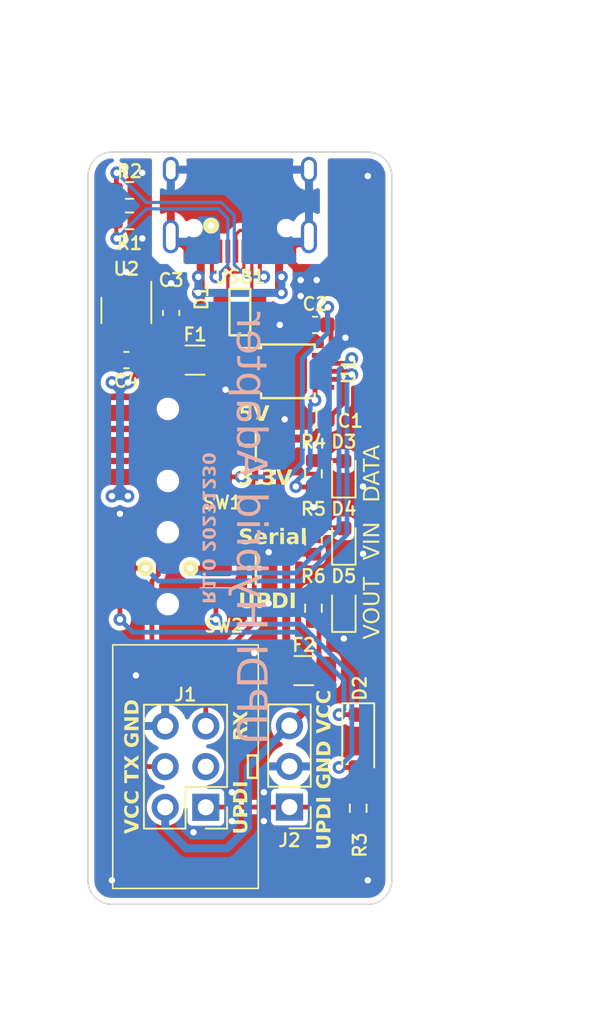
<source format=kicad_pcb>
(kicad_pcb (version 20221018) (generator pcbnew)
  (layers (0 "F.Cu" signal) (31 "B.Cu" signal) (34 "B.Paste" user) (35 "F.Paste" user) (36 "B.SilkS" user "B.Silkscreen") (37 "F.SilkS" user "F.Silkscreen") (38 "B.Mask" user) (39 "F.Mask" user) (44 "Edge.Cuts" user))
  (net 0 "")
  (net 1 "VCC")
  (net 2 "GND")
  (net 3 "+3.3V")
  (net 4 "+5V")
  (net 5 "D-")
  (net 6 "D+")
  (net 7 "VBUS")
  (net 8 "TXD")
  (net 9 "RXD")
  (net 10 "VOUT")
  (net 11 "UPDI")
  (net 13 "Net-(USB1-CC2)")
  (net 14 "Net-(USB1-CC1)")
  (net 20 "Net-(D3-A)")
  (net 21 "Net-(U1-TNOW)")
  (net 22 "Net-(D4-A)")
  (net 23 "Net-(D5-A)")
  (net 24 "TXD-UPDI")
  (net 25 "RXD-UPDI")
  (net 26 "TXD-Serial")
  (net 27 "RXD-Serial")
  (footprint "Capacitor_SMD:C_0603_1608Metric" (layer "F.Cu") (at 139.7 47.3 180)
    (fp_text reference "C2" (at 0 1.3) (layer "F.SilkS") (effects (font (size 0.8 0.8))))
    (fp_text value "0.1uF")
    (pad "1" smd roundrect (at -0.775 0 180) (size 0.9 0.95) (layers "F.Cu" "F.Paste" "F.Mask") (net 3 "+3.3V"))
    (pad "2" smd roundrect (at 0.775 0 180) (size 0.9 0.95) (layers "F.Cu" "F.Paste" "F.Mask") (net 2 "GND"))
  )
  (footprint "Package_SO:MSOP-10_3x3mm_P0.5mm" (layer "F.Cu") (at 138 50.2)
    (fp_text reference "U1" (at 3.8 0 90) (layer "F.SilkS") (effects (font (size 0.8 0.8))))
    (fp_text value "CH340E")
    (pad "1" smd rect (at -2.2 -1) (size 1.4 0.3) (layers "F.Cu" "F.Paste" "F.Mask") (net 6 "D+"))
    (pad "2" smd rect (at -2.2 -0.5) (size 1.4 0.3) (layers "F.Cu" "F.Paste" "F.Mask") (net 5 "D-"))
    (pad "3" smd rect (at -2.2 0) (size 1.4 0.3) (layers "F.Cu" "F.Paste" "F.Mask") (net 2 "GND"))
    (pad "4" smd rect (at -2.2 0.5) (size 1.4 0.3) (layers "F.Cu" "F.Paste" "F.Mask"))
    (pad "5" smd rect (at -2.2 1) (size 1.4 0.3) (layers "F.Cu" "F.Paste" "F.Mask"))
    (pad "6" smd rect (at 2.2 1) (size 1.4 0.3) (layers "F.Cu" "F.Paste" "F.Mask") (net 21 "Net-(U1-TNOW)"))
    (pad "7" smd rect (at 2.2 0.5) (size 1.4 0.3) (layers "F.Cu" "F.Paste" "F.Mask") (net 1 "VCC"))
    (pad "8" smd rect (at 2.2 0) (size 1.4 0.3) (layers "F.Cu" "F.Paste" "F.Mask") (net 8 "TXD"))
    (pad "9" smd rect (at 2.2 -0.5) (size 1.4 0.3) (layers "F.Cu" "F.Paste" "F.Mask") (net 9 "RXD"))
    (pad "10" smd rect (at 2.2 -1) (size 1.4 0.3) (layers "F.Cu" "F.Paste" "F.Mask") (net 3 "+3.3V"))
  )
  (footprint "Resistor_SMD:R_0603_1608Metric" (layer "F.Cu") (at 139.6 56.6 90)
    (fp_text reference "R4" (at 2 0 180) (layer "F.SilkS") (effects (font (size 0.8 0.8))))
    (fp_text value "1k")
    (pad "1" smd roundrect (at -0.825 0 90) (size 0.8 0.95) (layers "F.Cu" "F.Paste" "F.Mask") (net 21 "Net-(U1-TNOW)"))
    (pad "2" smd roundrect (at 0.825 0 90) (size 0.8 0.95) (layers "F.Cu" "F.Paste" "F.Mask") (net 20 "Net-(D3-A)"))
  )
  (footprint "LED_SMD:LED_0603_1608Metric" (layer "F.Cu") (at 141.5 65 90)
    (fp_text reference "D5" (at 2 0 180) (layer "F.SilkS") (effects (font (size 0.8 0.8))))
    (fp_text value "LED-Red-0805")
    (pad "1" smd roundrect (at -0.7875 0 90) (size 0.875 0.95) (layers "F.Cu" "F.Paste" "F.Mask") (net 2 "GND"))
    (pad "2" smd roundrect (at 0.7875 0 90) (size 0.875 0.95) (layers "F.Cu" "F.Paste" "F.Mask") (net 23 "Net-(D5-A)"))
  )
  (footprint "Capacitor_SMD:C_0603_1608Metric" (layer "F.Cu") (at 130.7 46.55 90)
    (fp_text reference "C3" (at 2.05 0 180) (layer "F.SilkS") (effects (font (size 0.8 0.8))))
    (fp_text value "1uF")
    (pad "1" smd roundrect (at -0.775 0 90) (size 0.9 0.95) (layers "F.Cu" "F.Paste" "F.Mask") (net 4 "+5V"))
    (pad "2" smd roundrect (at 0.775 0 90) (size 0.9 0.95) (layers "F.Cu" "F.Paste" "F.Mask") (net 2 "GND"))
  )
  (footprint "locallib:PinHeader_2x03_DC3" (layer "F.Cu") (at 131.6 74.9 180)
    (fp_text reference "J1" (at 0 4.5) (layer "F.SilkS") (effects (font (size 0.8 0.8))))
    (fp_text value "PinHeader-2x3")
    (pad "1" thru_hole rect (at -1.27 -2.54 180) (size 1.7 1.7) (drill 1) (layers "*.Cu" "*.Mask") (net 11 "UPDI"))
    (pad "2" thru_hole oval (at 1.27 -2.54 180) (size 1.7 1.7) (drill 1) (layers "*.Cu" "*.Mask") (net 10 "VOUT"))
    (pad "3" thru_hole oval (at -1.27 0 180) (size 1.7 1.7) (drill 1) (layers "*.Cu" "*.Mask"))
    (pad "4" thru_hole oval (at 1.27 0 180) (size 1.7 1.7) (drill 1) (layers "*.Cu" "*.Mask") (net 26 "TXD-Serial"))
    (pad "5" thru_hole oval (at -1.27 2.54 180) (size 1.7 1.7) (drill 1) (layers "*.Cu" "*.Mask") (net 27 "RXD-Serial"))
    (pad "6" thru_hole oval (at 1.27 2.54 180) (size 1.7 1.7) (drill 1) (layers "*.Cu" "*.Mask") (net 2 "GND"))
  )
  (footprint "Type-C:HRO-TYPE-C-31-M-12-Assembly" (layer "F.Cu") (at 135 35 180)
    (fp_text reference "USB1" (at 0 -9.3) (layer "F.SilkS") (effects (font (size 0.8 0.8))))
    (fp_text value "HRO-TYPE-C-31-M-12")
    (pad "" np_thru_hole circle (at -2.89 -6.25 180) (size 0.65 0.65) (drill 0.65) (layers "*.Cu" "*.Mask"))
    (pad "" np_thru_hole circle (at 2.89 -6.25 180) (size 0.65 0.65) (drill 0.65) (layers "*.Cu" "*.Mask"))
    (pad "1" smd rect (at -3.225 -7.695 180) (size 0.6 1.45) (layers "F.Cu" "F.Paste" "F.Mask") (net 2 "GND"))
    (pad "2" smd rect (at -2.45 -7.695 180) (size 0.6 1.45) (layers "F.Cu" "F.Paste" "F.Mask") (net 7 "VBUS"))
    (pad "3" smd rect (at -1.75 -7.695 180) (size 0.3 1.45) (layers "F.Cu" "F.Paste" "F.Mask"))
    (pad "4" smd rect (at -1.25 -7.695 180) (size 0.3 1.45) (layers "F.Cu" "F.Paste" "F.Mask") (net 14 "Net-(USB1-CC1)"))
    (pad "5" smd rect (at -0.75 -7.695 180) (size 0.3 1.45) (layers "F.Cu" "F.Paste" "F.Mask") (net 5 "D-"))
    (pad "6" smd rect (at -0.25 -7.695 180) (size 0.3 1.45) (layers "F.Cu" "F.Paste" "F.Mask") (net 6 "D+"))
    (pad "7" smd rect (at 0.25 -7.695 180) (size 0.3 1.45) (layers "F.Cu" "F.Paste" "F.Mask") (net 5 "D-"))
    (pad "8" smd rect (at 0.75 -7.695 180) (size 0.3 1.45) (layers "F.Cu" "F.Paste" "F.Mask") (net 6 "D+"))
    (pad "9" smd rect (at 1.25 -7.695 180) (size 0.3 1.45) (layers "F.Cu" "F.Paste" "F.Mask"))
    (pad "10" smd rect (at 1.75 -7.695 180) (size 0.3 1.45) (layers "F.Cu" "F.Paste" "F.Mask") (net 13 "Net-(USB1-CC2)"))
    (pad "11" smd rect (at 2.45 -7.695 180) (size 0.6 1.45) (layers "F.Cu" "F.Paste" "F.Mask") (net 7 "VBUS"))
    (pad "12" smd rect (at 3.225 -7.695 180) (size 0.6 1.45) (layers "F.Cu" "F.Paste" "F.Mask") (net 2 "GND"))
    (pad "13" thru_hole oval (at -4.32 -6.78 180) (size 1 2.1) (drill oval 0.6 1.7) (layers "*.Cu" "*.Mask") (net 2 "GND"))
    (pad "13" thru_hole oval (at -4.32 -2.6 180) (size 1 1.6) (drill oval 0.6 1.2) (layers "*.Cu" "*.Mask") (net 2 "GND"))
    (pad "13" thru_hole oval (at 4.32 -6.78 180) (size 1 2.1) (drill oval 0.6 1.7) (layers "*.Cu" "*.Mask") (net 2 "GND"))
    (pad "13" thru_hole oval (at 4.32 -2.6 180) (size 1 1.6) (drill oval 0.6 1.2) (layers "*.Cu" "*.Mask") (net 2 "GND"))
  )
  (footprint "Resistor_SMD:R_0603_1608Metric" (layer "F.Cu") (at 128.1 40.8)
    (fp_text reference "R1" (at 0 1.4 180) (layer "F.SilkS") (effects (font (size 0.8 0.8))))
    (fp_text value "5.1k")
    (pad "1" smd roundrect (at -0.825 0) (size 0.8 0.95) (layers "F.Cu" "F.Paste" "F.Mask") (net 13 "Net-(USB1-CC2)"))
    (pad "2" smd roundrect (at 0.825 0) (size 0.8 0.95) (layers "F.Cu" "F.Paste" "F.Mask") (net 2 "GND"))
  )
  (footprint "Package_TO_SOT_SMD:SOT-23-5" (layer "F.Cu") (at 127.9 46.4 -90)
    (fp_text reference "U2" (at -2.6 0 -180) (layer "F.SilkS") (effects (font (size 0.8 0.8))))
    (fp_text value "AP2112K-3.3")
    (pad "1" smd roundrect (at -1.1375 -0.95 270) (size 1.325 0.6) (layers "F.Cu" "F.Paste" "F.Mask") (net 4 "+5V"))
    (pad "2" smd roundrect (at -1.1375 0 270) (size 1.325 0.6) (layers "F.Cu" "F.Paste" "F.Mask") (net 2 "GND"))
    (pad "3" smd roundrect (at -1.1375 0.95 270) (size 1.325 0.6) (layers "F.Cu" "F.Paste" "F.Mask") (net 4 "+5V"))
    (pad "4" smd roundrect (at 1.1375 0.95 270) (size 1.325 0.6) (layers "F.Cu" "F.Paste" "F.Mask"))
    (pad "5" smd roundrect (at 1.1375 -0.95 270) (size 1.325 0.6) (layers "F.Cu" "F.Paste" "F.Mask") (net 3 "+3.3V"))
  )
  (footprint "Resistor_SMD:R_0603_1608Metric" (layer "F.Cu") (at 142.4 77.5 -90)
    (fp_text reference "R3" (at 2.3 -0.1 90) (layer "F.SilkS") (effects (font (size 0.8 0.8))))
    (fp_text value "470")
    (pad "1" smd roundrect (at -0.825 0 270) (size 0.8 0.95) (layers "F.Cu" "F.Paste" "F.Mask") (net 25 "RXD-UPDI"))
    (pad "2" smd roundrect (at 0.825 0 270) (size 0.8 0.95) (layers "F.Cu" "F.Paste" "F.Mask") (net 11 "UPDI"))
  )
  (footprint "Resistor_SMD:R_0603_1608Metric" (layer "F.Cu") (at 139.6 65 90)
    (fp_text reference "R6" (at 2 0 180) (layer "F.SilkS") (effects (font (size 0.8 0.8))))
    (fp_text value "1k")
    (pad "1" smd roundrect (at -0.825 0 90) (size 0.8 0.95) (layers "F.Cu" "F.Paste" "F.Mask") (net 10 "VOUT"))
    (pad "2" smd roundrect (at 0.825 0 90) (size 0.8 0.95) (layers "F.Cu" "F.Paste" "F.Mask") (net 23 "Net-(D5-A)"))
  )
  (footprint "LED_SMD:LED_0603_1608Metric" (layer "F.Cu") (at 141.5 56.6 90)
    (fp_text reference "D3" (at 2 0 180) (layer "F.SilkS") (effects (font (size 0.8 0.8))))
    (fp_text value "LED-Red-0805")
    (pad "1" smd roundrect (at -0.7875 0 90) (size 0.875 0.95) (layers "F.Cu" "F.Paste" "F.Mask") (net 2 "GND"))
    (pad "2" smd roundrect (at 0.7875 0 90) (size 0.875 0.95) (layers "F.Cu" "F.Paste" "F.Mask") (net 20 "Net-(D3-A)"))
  )
  (footprint "locallib:MS-22D28-G020" (layer "F.Cu") (at 130.5 54.8 -90)
    (fp_text reference "SW1" (at 3.6 -3.4 unlocked) (layer "F.SilkS") (effects (font (size 0.8 0.8))))
    (fp_text value "22D28")
    (pad "" np_thru_hole circle (at -2.25 0 270) (size 0.9 0.9) (drill 0.9) (layers "F&B.Cu" "*.Mask"))
    (pad "" np_thru_hole circle (at 2.25 0 270) (size 0.9 0.9) (drill 0.9) (layers "F&B.Cu" "*.Mask"))
    (pad "1" smd roundrect (at -2 -3 270) (size 1 2) (layers "F.Cu" "F.Paste" "F.Mask") (roundrect_rratio 0.15) (net 4 "+5V"))
    (pad "2" smd roundrect (at 0 -3 270) (size 1 2) (layers "F.Cu" "F.Paste" "F.Mask") (roundrect_rratio 0.15) (net 1 "VCC"))
    (pad "3" smd roundrect (at 2 -3 270) (size 1 2) (layers "F.Cu" "F.Paste" "F.Mask") (roundrect_rratio 0.15) (net 3 "+3.3V"))
    (pad "4" smd roundrect (at -2 3 270) (size 1 2) (layers "F.Cu" "F.Paste" "F.Mask") (roundrect_rratio 0.15) (net 4 "+5V"))
    (pad "5" smd roundrect (at 0 3 270) (size 1 2) (layers "F.Cu" "F.Paste" "F.Mask") (roundrect_rratio 0.15) (net 1 "VCC"))
    (pad "6" smd roundrect (at 2 3 270) (size 1 2) (layers "F.Cu" "F.Paste" "F.Mask") (roundrect_rratio 0.15) (net 3 "+3.3V"))
  )
  (footprint "Capacitor_SMD:C_0603_1608Metric" (layer "F.Cu") (at 139.7 53.2 180)
    (fp_text reference "C1" (at -2.2 -0.1) (layer "F.SilkS") (effects (font (size 0.8 0.8))))
    (fp_text value "0.1uF")
    (pad "1" smd roundrect (at -0.775 0 180) (size 0.9 0.95) (layers "F.Cu" "F.Paste" "F.Mask") (net 1 "VCC"))
    (pad "2" smd roundrect (at 0.775 0 180) (size 0.9 0.95) (layers "F.Cu" "F.Paste" "F.Mask") (net 2 "GND"))
  )
  (footprint "Resistor_SMD:R_0603_1608Metric" (layer "F.Cu") (at 139.6 60.8 90)
    (fp_text reference "R5" (at 2 0 180) (layer "F.SilkS") (effects (font (size 0.8 0.8))))
    (fp_text value "1k")
    (pad "1" smd roundrect (at -0.825 0 90) (size 0.8 0.95) (layers "F.Cu" "F.Paste" "F.Mask") (net 1 "VCC"))
    (pad "2" smd roundrect (at 0.825 0 90) (size 0.8 0.95) (layers "F.Cu" "F.Paste" "F.Mask") (net 22 "Net-(D4-A)"))
  )
  (footprint "LED_SMD:LED_0603_1608Metric" (layer "F.Cu") (at 141.5 60.8 90)
    (fp_text reference "D4" (at 2 0 180) (layer "F.SilkS") (effects (font (size 0.8 0.8))))
    (fp_text value "LED-Red-0805")
    (pad "1" smd roundrect (at -0.7875 0 90) (size 0.875 0.95) (layers "F.Cu" "F.Paste" "F.Mask") (net 2 "GND"))
    (pad "2" smd roundrect (at 0.7875 0 90) (size 0.875 0.95) (layers "F.Cu" "F.Paste" "F.Mask") (net 22 "Net-(D4-A)"))
  )
  (footprint "Connector_PinHeader_2.54mm:PinHeader_1x03_P2.54mm_Vertical" (layer "F.Cu") (at 138.1 77.425 180)
    (fp_text reference "J2" (at 0 -2.075) (layer "F.SilkS") (effects (font (size 0.8 0.8))))
    (fp_text value "PinHeader-1x3")
    (pad "1" thru_hole rect (at 0 0 180) (size 1.7 1.7) (drill 1) (layers "*.Cu" "*.Mask") (net 11 "UPDI"))
    (pad "2" thru_hole oval (at 0 2.54 180) (size 1.7 1.7) (drill 1) (layers "*.Cu" "*.Mask") (net 2 "GND"))
    (pad "3" thru_hole oval (at 0 5.08 180) (size 1.7 1.7) (drill 1) (layers "*.Cu" "*.Mask") (net 10 "VOUT"))
  )
  (footprint "locallib:MS-22D28-G020" (layer "F.Cu") (at 130.5 62.5 90)
    (fp_text reference "SW2" (at -3.6 3.5 unlocked) (layer "F.SilkS") (effects (font (size 0.8 0.8))))
    (fp_text value "22D28")
    (pad "" np_thru_hole circle (at -2.25 0 90) (size 0.9 0.9) (drill 0.9) (layers "F&B.Cu" "*.Mask"))
    (pad "" np_thru_hole circle (at 2.25 0 90) (size 0.9 0.9) (drill 0.9) (layers "F&B.Cu" "*.Mask"))
    (pad "1" smd roundrect (at -2 -3 90) (size 1 2) (layers "F.Cu" "F.Paste" "F.Mask") (roundrect_rratio 0.15) (net 24 "TXD-UPDI"))
    (pad "2" smd roundrect (at 0 -3 90) (size 1 2) (layers "F.Cu" "F.Paste" "F.Mask") (roundrect_rratio 0.15) (net 8 "TXD"))
    (pad "3" smd roundrect (at 2 -3 90) (size 1 2) (layers "F.Cu" "F.Paste" "F.Mask") (roundrect_rratio 0.15) (net 26 "TXD-Serial"))
    (pad "4" smd roundrect (at -2 3 90) (size 1 2) (layers "F.Cu" "F.Paste" "F.Mask") (roundrect_rratio 0.15) (net 25 "RXD-UPDI"))
    (pad "5" smd roundrect (at 0 3 90) (size 1 2) (layers "F.Cu" "F.Paste" "F.Mask") (roundrect_rratio 0.15) (net 9 "RXD"))
    (pad "6" smd roundrect (at 2 3 90) (size 1 2) (layers "F.Cu" "F.Paste" "F.Mask") (roundrect_rratio 0.15) (net 27 "RXD-Serial"))
  )
  (footprint "locallib:SOT143B" (layer "F.Cu") (at 135 46.5 90)
    (fp_text reference "D1" (at 0.9 -2.4 270) (layer "F.SilkS") (effects (font (size 0.8 0.8))))
    (fp_text value "PRTR5V0U2X,215")
    (pad "1" smd roundrect (at -0.75 1.15 90) (size 1.2 1) (layers "F.Cu" "F.Paste" "F.Mask") (roundrect_rratio 0.1) (net 2 "GND"))
    (pad "2" smd roundrect (at 0.95 1.15 90) (size 0.9 1) (layers "F.Cu" "F.Paste" "F.Mask") (roundrect_rratio 0.1111111111) (net 5 "D-"))
    (pad "3" smd roundrect (at 0.95 -1.15 90) (size 0.9 1) (layers "F.Cu" "F.Paste" "F.Mask") (roundrect_rratio 0.1111111111) (net 6 "D+"))
    (pad "4" smd roundrect (at -0.95 -1.15 90) (size 0.9 1) (layers "F.Cu" "F.Paste" "F.Mask") (roundrect_rratio 0.1111111111) (net 7 "VBUS"))
  )
  (footprint "Capacitor_SMD:C_0603_1608Metric" (layer "F.Cu") (at 127.9 49.5 180)
    (fp_text reference "C4" (at 0 -1.3) (layer "F.SilkS") (effects (font (size 0.8 0.8))))
    (fp_text value "1uF")
    (pad "1" smd roundrect (at -0.775 0 180) (size 0.9 0.95) (layers "F.Cu" "F.Paste" "F.Mask") (net 3 "+3.3V"))
    (pad "2" smd roundrect (at 0.775 0 180) (size 0.9 0.95) (layers "F.Cu" "F.Paste" "F.Mask") (net 2 "GND"))
  )
  (footprint "Resistor_SMD:R_0603_1608Metric" (layer "F.Cu") (at 128.1 38.9)
    (fp_text reference "R2" (at 0 -1.2 180) (layer "F.SilkS") (effects (font (size 0.8 0.8))))
    (fp_text value "5.1k")
    (pad "1" smd roundrect (at -0.825 0) (size 0.8 0.95) (layers "F.Cu" "F.Paste" "F.Mask") (net 14 "Net-(USB1-CC1)"))
    (pad "2" smd roundrect (at 0.825 0) (size 0.8 0.95) (layers "F.Cu" "F.Paste" "F.Mask") (net 2 "GND"))
  )
  (footprint "Diode_SMD:D_SOD-123" (layer "F.Cu") (at 142.4 73.3 -90)
    (fp_text reference "D2" (at -3.3 -0.1 -90) (layer "F.SilkS") (effects (font (size 0.8 0.8))))
    (fp_text value "1N4148W")
    (pad "1" smd roundrect (at -1.65 0 270) (size 0.9 1.2) (layers "F.Cu" "F.Paste" "F.Mask") (net 24 "TXD-UPDI"))
    (pad "2" smd roundrect (at 1.65 0 270) (size 0.9 1.2) (layers "F.Cu" "F.Paste" "F.Mask") (net 25 "RXD-UPDI"))
  )
  (footprint "Fuse:Fuse_1206_3216Metric" (layer "F.Cu") (at 139 68.9)
    (fp_text reference "F2" (at 0 -1.6) (layer "F.SilkS") (effects (font (size 0.8 0.8))))
    (fp_text value "500mA")
    (pad "1" smd roundrect (at -1.4 0) (size 1.25 1.75) (layers "F.Cu" "F.Paste" "F.Mask") (roundrect_rratio 0.2) (net 1 "VCC"))
    (pad "2" smd roundrect (at 1.4 0) (size 1.25 1.75) (layers "F.Cu" "F.Paste" "F.Mask") (roundrect_rratio 0.2) (net 10 "VOUT"))
  )
  (footprint "Fuse:Fuse_1206_3216Metric" (layer "F.Cu") (at 132.2 49.5 180)
    (fp_text reference "F1" (at 0 1.6) (layer "F.SilkS") (effects (font (size 0.8 0.8))))
    (fp_text value "1A")
    (pad "1" smd roundrect (at -1.4 0 180) (size 1.25 1.75) (layers "F.Cu" "F.Paste" "F.Mask") (roundrect_rratio 0.2) (net 7 "VBUS"))
    (pad "2" smd roundrect (at 1.4 0 180) (size 1.25 1.75) (layers "F.Cu" "F.Paste" "F.Mask") (roundrect_rratio 0.2) (net 4 "+5V"))
  )
  (gr_circle (center 133.2 41.1) (end 133.6 41.1) (stroke (width 0.2)) (fill solid) (layer "F.SilkS"))
  (gr_line (start 136 62.5) (end 136 63.5) (stroke (width 0.15)) (layer "F.SilkS"))
  (gr_rect (start 135.5 74.2) (end 136.1 75.6) (stroke (width 0.15)) (fill none) (layer "F.SilkS"))
  (gr_line (start 136 54.8) (end 136 53.8) (stroke (width 0.15)) (layer "F.SilkS"))
  (gr_line (start 135 54.8) (end 136 54.8) (stroke (width 0.15)) (layer "F.SilkS"))
  (gr_line (start 136 54.8) (end 136 55.8) (stroke (width 0.15)) (layer "F.SilkS"))
  (gr_line (start 135 62.5) (end 136 62.5) (stroke (width 0.15)) (layer "F.SilkS"))
  (gr_circle (center 131.9 62.5) (end 132.3 62.5) (stroke (width 0.2)) (fill solid) (layer "F.SilkS"))
  (gr_line (start 136 62.5) (end 136 61.5) (stroke (width 0.15)) (layer "F.SilkS"))
  (gr_circle (center 129.1 62.5) (end 129.5 62.5) (stroke (width 0.2)) (fill solid) (layer "F.SilkS"))
  (gr_arc (start 144.5 82) (mid 144.06066 83.06066) (end 143 83.5) (stroke (width 0.1)) (layer "Edge.Cuts"))
  (gr_line (start 144.5 82) (end 144.5 38) (stroke (width 0.1)) (layer "Edge.Cuts"))
  (gr_line (start 125.5 38) (end 125.499999 82) (stroke (width 0.1)) (layer "Edge.Cuts"))
  (gr_line (start 143 36.5) (end 127 36.5) (stroke (width 0.1)) (layer "Edge.Cuts"))
  (gr_arc (start 125.5 38) (mid 125.93934 36.93934) (end 127 36.5) (stroke (width 0.1)) (layer "Edge.Cuts"))
  (gr_line (start 143 83.5) (end 126.999999 83.5) (stroke (width 0.1)) (layer "Edge.Cuts"))
  (gr_arc (start 126.999999 83.5) (mid 125.939339 83.06066) (end 125.499999 82) (stroke (width 0.1)) (layer "Edge.Cuts"))
  (gr_arc (start 143 36.5) (mid 144.06066 36.93934) (end 144.5 38) (stroke (width 0.1)) (layer "Edge.Cuts"))
  (gr_text "UPDI Hybrid Adapter" (at 135.6 60 270) (layer "B.SilkS") (effects (font (size 1.875 1.875)) (justify mirror)))
  (gr_text "R1.0 20231230" (at 133 60 270) (layer "B.SilkS") (effects (font (size 0.8 0.8)) (justify mirror)))
  (gr_text "DATA" (at 143.3 56.6 90) (layer "F.SilkS") (effects (font (size 1 1))))
  (gr_text "3.3V" (at 134.9 56.9) (layer "F.SilkS") (effects (font (size 0.95 0.95)) (justify left)))
  (gr_text "UPDI" (at 135.1 77.45 90) (layer "F.SilkS") (effects (font (size 0.875 0.875))))
  (gr_text "UPDI GND VCC" (at 140.3 75.1 90) (layer "F.SilkS") (effects (font (size 0.875 0.875))))
  (gr_text "UPDI" (at 134.9 64.6) (layer "F.SilkS") (effects (font (size 0.95 0.95)) (justify left)))
  (gr_text "VOUT" (at 143.3 65 90) (layer "F.SilkS") (effects (font (size 1 1))))
  (gr_text "RX" (at 135.1 72.35 90) (layer "F.SilkS") (effects (font (size 0.875 0.875))))
  (gr_text "5V" (at 134.9 52.9) (layer "F.SilkS") (effects (font (size 0.95 0.95)) (justify left)))
  (gr_text "VCC TX GND" (at 128.3 74.9 90) (layer "F.SilkS") (effects (font (size 0.875 0.875))))
  (gr_text "VIN" (at 143.3 60.8 90) (layer "F.SilkS") (effects (font (size 1 1))))
  (gr_text "Serial" (at 134.9 60.6) (layer "F.SilkS") (effects (font (size 0.95 0.95)) (justify left)))
  (segment (start 140.475 53.435938) (end 140.475 53.2) (width 0.5) (layer "F.Cu") (net 1))
  (segment (start 127.5 54.8) (end 128.2 54.8) (width 0.5) (layer "F.Cu") (net 1))
  (segment (start 128.2 54.8) (end 128.7 55.3) (width 0.5) (layer "F.Cu") (net 1))
  (segment (start 137.9 62.45) (end 137.9 68.6) (width 0.5) (layer "F.Cu") (net 1))
  (segment (start 136.7 59.4) (end 136.7 56) (width 0.5) (layer "F.Cu") (net 1))
  (segment (start 139.6 61.625) (end 138.375 61.625) (width 0.3) (layer "F.Cu") (net 1))
  (segment (start 138.375 61.625) (end 137.9 62.1) (width 0.3) (layer "F.Cu") (net 1))
  (segment (start 135.55 54.8) (end 136.725 55.975) (width 0.5) (layer "F.Cu") (net 1))
  (segment (start 138.3 54.4) (end 137.9 54.8) (width 0.5) (layer "F.Cu") (net 1))
  (segment (start 137.9 61.65) (end 137.9 62.1) (width 0.5) (layer "F.Cu") (net 1))
  (segment (start 132.3 55.3) (end 132.8 54.8) (width 0.5) (layer "F.Cu") (net 1))
  (segment (start 138.375 61.625) (end 137.9 61.15) (width 0.3) (layer "F.Cu") (net 1))
  (segment (start 139.5 54.4) (end 140.475 53.425) (width 0.5) (layer "F.Cu") (net 1))
  (segment (start 137.9 62.1) (end 137.9 62.45) (width 0.5) (layer "F.Cu") (net 1))
  (segment (start 138.375 61.625) (end 137.925 61.625) (width 0.3) (layer "F.Cu") (net 1))
  (segment (start 139.5 54.4) (end 138.3 54.4) (width 0.5) (layer "F.Cu") (net 1))
  (segment (start 136.7 56) (end 136.725 55.975) (width 0.5) (layer "F.Cu") (net 1))
  (segment (start 137.9 68.6) (end 137.6 68.9) (width 0.5) (layer "F.Cu") (net 1))
  (segment (start 137.925 61.625) (end 137.9 61.65) (width 0.3) (layer "F.Cu") (net 1))
  (segment (start 137.9 61.15) (end 137.9 61.65) (width 0.5) (layer "F.Cu") (net 1))
  (segment (start 140.475 53.425) (end 140.475 53.2) (width 0.5) (layer "F.Cu") (net 1))
  (segment (start 140.475 53.2) (end 141.5 52.175) (width 0.3) (layer "F.Cu") (net 1))
  (segment (start 137.9 60.6) (end 136.7 59.4) (width 0.5) (layer "F.Cu") (net 1))
  (segment (start 128.7 55.3) (end 132.3 55.3) (width 0.5) (layer "F.Cu") (net 1))
  (segment (start 133.5 54.8) (end 135 54.8) (width 0.5) (layer "F.Cu") (net 1))
  (segment (start 135 54.8) (end 135.55 54.8) (width 0.5) (layer "F.Cu") (net 1))
  (segment (start 136.725 55.975) (end 137.9 54.8) (width 0.5) (layer "F.Cu") (net 1))
  (segment (start 132.8 54.8) (end 133.5 54.8) (width 0.5) (layer "F.Cu") (net 1))
  (segment (start 141.5 51) (end 141.2 50.7) (width 0.3) (layer "F.Cu") (net 1))
  (segment (start 141.5 52.175) (end 141.5 51) (width 0.3) (layer "F.Cu") (net 1))
  (segment (start 141.2 50.7) (end 140.2 50.7) (width 0.3) (layer "F.Cu") (net 1))
  (segment (start 137.9 62.45) (end 137.9 60.6) (width 0.5) (layer "F.Cu") (net 1))
  (segment (start 130.7 44.7) (end 130.7 45.775) (width 0.3) (layer "F.Cu") (net 2))
  (segment (start 138.85 43.75) (end 139.1 43.75) (width 0.5) (layer "F.Cu") (net 2))
  (segment (start 139.1 42.2) (end 139.3 42) (width 0.5) (layer "F.Cu") (net 2))
  (segment (start 139.1 43.75) (end 138.55 43.75) (width 0.5) (layer "F.Cu") (net 2))
  (segment (start 142.7 57.4) (end 141.5125 57.4) (width 0.3) (layer "F.Cu") (net 2))
  (segment (start 138.55 43.75) (end 138.425 43.625) (width 0.5) (layer "F.Cu") (net 2))
  (segment (start 141.5125 57.4) (end 141.5 57.3875) (width 0.3) (layer "F.Cu") (net 2))
  (segment (start 138.225 43.425) (end 138.425 43.625) (width 0.5) (layer "F.Cu") (net 2))
  (segment (start 142.7 61.6) (end 141.5125 61.6) (width 0.3) (layer "F.Cu") (net 2))
  (segment (start 134.65 50.35) (end 134.65 50.8) (width 0.3) (layer "F.Cu") (net 2))
  (segment (start 138.225 42.695) (end 138.225 43.425) (width 0.5) (layer "F.Cu") (net 2))
  (segment (start 138.51 42.2) (end 139.1 42.2) (width 0.5) (layer "F.Cu") (net 2))
  (segment (start 128.925 40.8) (end 128.925 41.875) (width 0.3) (layer "F.Cu") (net 2))
  (segment (start 128.925 41.875) (end 128.9 41.9) (width 0.3) (layer "F.Cu") (net 2))
  (segment (start 128.925 38.9) (end 128.925 37.825) (width 0.3) (layer "F.Cu") (net 2))
  (segment (start 131.775 42.575) (end 131.4 42.2) (width 0.5) (layer "F.Cu") (net 2))
  (segment (start 135.8 50.2) (end 137.4 50.2) (width 0.3) (layer "F.Cu") (net 2))
  (segment (start 135.8 50.2) (end 134.8 50.2) (width 0.3) (layer "F.Cu") (net 2))
  (segment (start 130.7 42.2) (end 130.7 41.8) (width 0.5) (layer "F.Cu") (net 2))
  (segment (start 131.775 42.695) (end 131.775 42.575) (width 0.5) (layer "F.Cu") (net 2))
  (segment (start 134.8 50.2) (end 134.65 50.35) (width 0.3) (layer "F.Cu") (net 2))
  (segment (start 138.55 43.75) (end 138.55 44.25) (width 0.5) (layer "F.Cu") (net 2))
  (segment (start 131.4 42.2) (end 130.7 42.2) (width 0.5) (layer "F.Cu") (net 2))
  (segment (start 130.7 41.8) (end 130.68 41.78) (width 0.5) (layer "F.Cu") (net 2))
  (segment (start 128.925 37.825) (end 128.9 37.8) (width 0.3) (layer "F.Cu") (net 2))
  (segment (start 141.5125 61.6) (end 141.5 61.5875) (width 0.3) (layer "F.Cu") (net 2))
  (segment (start 134.65 50.8) (end 134.1 51.35) (width 0.3) (layer "F.Cu") (net 2))
  (segment (start 141.5 66.9) (end 141.5 65.7875) (width 0.3) (layer "F.Cu") (net 2))
  (segment (start 138.225 42.695) (end 138.225 42.485) (width 0.5) (layer "F.Cu") (net 2))
  (segment (start 127.9 44) (end 127.9 45.2625) (width 0.3) (layer "F.Cu") (net 2))
  (segment (start 138.55 44.25) (end 138.9 44.6) (width 0.5) (layer "F.Cu") (net 2))
  (segment (start 138.925 53.2) (end 137.8 53.2) (width 0.3) (layer "F.Cu") (net 2))
  (segment (start 139.1 43.75) (end 139.55 43.75) (width 0.5) (layer "F.Cu") (net 2))
  (segment (start 138.225 42.485) (end 138.51 42.2) (width 0.5) (layer "F.Cu") (net 2))
  (via (at 138.8 44.5) (size 0.8) (drill 0.4) (layers "F.Cu" "B.Cu") (net 2))
  (via (at 141.6 48.1) (size 0.8) (drill 0.4) (layers "F.Cu" "B.Cu") (net 2))
  (via (at 128.9 37.8) (size 0.8) (drill 0.4) (layers "F.Cu" "B.Cu") (net 2))
  (via (at 136.5 78.3) (size 0.8) (drill 0.4) (layers "F.Cu" "B.Cu") (net 2))
  (via (at 142.7 61.6) (size 0.8) (drill 0.4) (layers "F.Cu" "B.Cu") (net 2))
  (via (at 130.7 44.7) (size 0.8) (drill 0.4) (layers "F.Cu" "B.Cu") (net 2))
  (via (at 133.2 41.1) (size 0.8) (drill 0.4) (layers "F.Cu" "B.Cu") (net 2))
  (via (at 138.8 45.5) (size 0.8) (drill 0.4) (layers "F.Cu" "B.Cu") (net 2))
  (via (at 139.6 58.7) (size 0.8) (drill 0.4) (layers "F.Cu" "B.Cu") (net 2))
  (via (at 139.8 44.5) (size 0.8) (drill 0.4) (layers "F.Cu" "B.Cu") (net 2))
  (via (at 127.5 59.1) (size 0.8) (drill 0.4) (layers "F.Cu" "B.Cu") (net 2))
  (via (at 136.5 76.5) (size 0.8) (drill 0.4) (layers "F.Cu" "B.Cu") (net 2))
  (via (at 134.5 78.3) (size 0.8) (drill 0.4) (layers "F.Cu" "B.Cu") (net 2))
  (via (at 128.9 41.9) (size 0.8) (drill 0.4) (layers "F.Cu" "B.Cu") (net 2))
  (via (at 143 82) (size 0.8) (drill 0.4) (layers "F.Cu" "B.Cu") (net 2))
  (via (at 143 38) (size 0.8) (drill 0.4) (layers "F.Cu" "B.Cu") (net 2))
  (via (at 137.8 53.2) (size 0.8) (drill 0.4) (layers "F.Cu" "B.Cu") (net 2))
  (via (at 134.5 76.5) (size 0.8) (drill 0.4) (layers "F.Cu" "B.Cu") (net 2))
  (via (at 136.8 61.5) (size 0.8) (drill 0.4) (layers "F.Cu" "B.Cu") (net 2))
  (via (at 136.8 64.7) (size 0.8) (drill 0.4) (layers "F.Cu" "B.Cu") (net 2))
  (via (at 142.7 57.4) (size 0.8) (drill 0.4) (layers "F.Cu" "B.Cu") (net 2))
  (via (at 132.1 79) (size 0.8) (drill 0.4) (layers "F.Cu" "B.Cu") (net 2))
  (via (at 137.5 47.3) (size 0.8) (drill 0.4) (layers "F.Cu" "B.Cu") (net 2))
  (via (at 135.9 67.8) (size 0.8) (drill 0.4) (layers "F.Cu" "B.Cu") (net 2))
  (via (at 141.5 66.9) (size 0.8) (drill 0.4) (layers "F.Cu" "B.Cu") (net 2))
  (via (at 127 82) (size 0.8) (drill 0.4) (layers "F.Cu" "B.Cu") (net 2))
  (via (at 128.5 69.2) (size 0.8) (drill 0.4) (layers "F.Cu" "B.Cu") (net 2))
  (via (at 134.1 51.35) (size 0.8) (drill 0.4) (layers "F.Cu" "B.Cu") (net 2))
  (via (at 127.9 44) (size 0.8) (drill 0.4) (layers "F.Cu" "B.Cu") (net 2))
  (segment (start 139.32 41.78) (end 139 42.1) (width 0.5) (layer "B.Cu") (net 2))
  (segment (start 139 42.1) (end 137.34 42.1) (width 0.5) (layer "B.Cu") (net 2))
  (segment (start 131 42.1) (end 132.5 42.1) (width 0.5) (layer "B.Cu") (net 2))
  (segment (start 130.68 41.78) (end 131 42.1) (width 0.5) (layer "B.Cu") (net 2))
  (segment (start 140.2 49.2) (end 140.7 49.2) (width 0.3) (layer "F.Cu") (net 3))
  (segment (start 128.675 49.5) (end 128.675 50.225) (width 0.5) (layer "F.Cu") (net 3))
  (segment (start 128.7 56.1) (end 132.3 56.1) (width 0.5) (layer "F.Cu") (net 3))
  (segment (start 127.5 57.5) (end 128 58) (width 0.5) (layer "F.Cu") (net 3))
  (segment (start 127 50.9) (end 128 50.9) (width 0.5) (layer "F.Cu") (net 3))
  (segment (start 128.85 49.325) (end 128.675 49.5) (width 0.5) (layer "F.Cu") (net 3))
  (segment (start 128.85 48.6) (end 128.85 49.325) (width 0.5) (layer "F.Cu") (net 3))
  (segment (start 128 58) (end 127 58) (width 0.5) (layer "F.Cu") (net 3))
  (segment (start 127.5 56.8) (end 127.5 57.5) (width 0.5) (layer "F.Cu") (net 3))
  (segment (start 128 56.8) (end 128.7 56.1) (width 0.5) (layer "F.Cu") (net 3))
  (segment (start 135.1 56.8) (end 133.5 56.8) (width 0.3) (layer "F.Cu") (net 3))
  (segment (start 128.85 47.6875) (end 128.85 48.6) (width 0.5) (layer "F.Cu") (net 3))
  (segment (start 127.5 57.5) (end 127 58) (width 0.5) (layer "F.Cu") (net 3))
  (segment (start 140.7 47.525) (end 140.475 47.3) (width 0.3) (layer "F.Cu") (net 3))
  (segment (start 128 50.9) (end 128.3 50.6) (width 0.5) (layer "F.Cu") (net 3))
  (segment (start 140.7 49.2) (end 140.7 47.525) (width 0.3) (layer "F.Cu") (net 3))
  (segment (start 127.5 56.8) (end 128 56.8) (width 0.5) (layer "F.Cu") (net 3))
  (segment (start 133 56.8) (end 133.5 56.8) (width 0.5) (layer "F.Cu") (net 3))
  (segment (start 140.475 46.225) (end 140.5 46.2) (width 0.3) (layer "F.Cu") (net 3))
  (segment (start 132.3 56.1) (end 133 56.8) (width 0.5) (layer "F.Cu") (net 3))
  (segment (start 140.475 47.3) (end 140.475 46.225) (width 0.3) (layer "F.Cu") (net 3))
  (segment (start 128.675 50.225) (end 128 50.9) (width 0.5) (layer "F.Cu") (net 3))
  (via (at 140.5 46.2) (size 0.8) (drill 0.4) (layers "F.Cu" "B.Cu") (net 3))
  (via (at 127 50.9) (size 0.8) (drill 0.4) (layers "F.Cu" "B.Cu") (net 3))
  (via (at 128 50.9) (size 0.8) (drill 0.4) (layers "F.Cu" "B.Cu") (net 3))
  (via (at 135.1 56.8) (size 0.8) (drill 0.4) (layers "F.Cu" "B.Cu") (net 3))
  (via (at 128 58) (size 0.8) (drill 0.4) (layers "F.Cu" "B.Cu") (net 3))
  (via (at 127 58) (size 0.8) (drill 0.4) (layers "F.Cu" "B.Cu") (net 3))
  (segment (start 138 56.8) (end 135.1 56.8) (width 0.3) (layer "B.Cu") (net 3))
  (segment (start 127 58) (end 128 58) (width 0.5) (layer "B.Cu") (net 3))
  (segment (start 127.5 57.5) (end 127.5 51.4) (width 0.5) (layer "B.Cu") (net 3))
  (segment (start 127.5 51.4) (end 127 50.9) (width 0.5) (layer "B.Cu") (net 3))
  (segment (start 140.5 47.8) (end 138.9 49.4) (width 0.3) (layer "B.Cu") (net 3))
  (segment (start 128 58) (end 127.5 57.5) (width 0.5) (layer "B.Cu") (net 3))
  (segment (start 140.5 46.2) (end 140.5 47.8) (width 0.3) (layer "B.Cu") (net 3))
  (segment (start 138.9 49.4) (end 138.9 55.9) (width 0.3) (layer "B.Cu") (net 3))
  (segment (start 127.5 51.4) (end 128 50.9) (width 0.5) (layer "B.Cu") (net 3))
  (segment (start 128 50.9) (end 127 50.9) (width 0.5) (layer "B.Cu") (net 3))
  (segment (start 138.9 55.9) (end 138 56.8) (width 0.3) (layer "B.Cu") (net 3))
  (segment (start 127.5 57.5) (end 127 58) (width 0.5) (layer "B.Cu") (net 3))
  (segment (start 128.85 45.2625) (end 128.7 45.4125) (width 0.2) (layer "F.Cu") (net 4))
  (segment (start 130.8 49.5) (end 130.8 50.6) (width 0.5) (layer "F.Cu") (net 4))
  (segment (start 130.7 47.325) (end 130.7 49.4) (width 0.5) (layer "F.Cu") (net 4))
  (segment (start 130.8 50.6) (end 131.6 51.4) (width 0.5) (layer "F.Cu") (net 4))
  (segment (start 129.5 46.35625) (end 129.5 45.9125) (width 0.5) (layer "F.Cu") (net 4))
  (segment (start 128.7 46.1) (end 128.35 46.45) (width 0.2) (layer "F.Cu") (net 4))
  (segment (start 127.1 46.1) (end 127.1 45.4125) (width 0.2) (layer "F.Cu") (net 4))
  (segment (start 131.6 51.4) (end 133 52.8) (width 0.5) (layer "F.Cu") (net 4))
  (segment (start 130.7 49.4) (end 130.8 49.5) (width 0.5) (layer "F.Cu") (net 4))
  (segment (start 133 52.8) (end 133.5 52.8) (width 0.5) (layer "F.Cu") (net 4))
  (segment (start 128.35 46.45) (end 127.45 46.45) (width 0.2) (layer "F.Cu") (net 4))
  (segment (start 127.45 46.45) (end 127.1 46.1) (width 0.2) (layer "F.Cu") (net 4))
  (segment (start 127.1 45.4125) (end 126.95 45.2625) (width 0.2) (layer "F.Cu") (net 4))
  (segment (start 128.6 52.8) (end 130.8 50.6) (width 0.5) (layer "F.Cu") (net 4))
  (segment (start 127.5 52.8) (end 128.6 52.8) (width 0.5) (layer "F.Cu") (net 4))
  (segment (start 130.46875 47.325) (end 129.5 46.35625) (width 0.5) (layer "F.Cu") (net 4))
  (segment (start 129.5 45.9125) (end 128.85 45.2625) (width 0.5) (layer "F.Cu") (net 4))
  (segment (start 128.7 45.4125) (end 128.7 46.1) (width 0.2) (layer "F.Cu") (net 4))
  (segment (start 128.85 45.55625) (end 128.85 45.2625) (width 0.5) (layer "F.Cu") (net 4))
  (segment (start 130.7 47.325) (end 130.46875 47.325) (width 0.5) (layer "F.Cu") (net 4))
  (segment (start 135.75 41.65) (end 135.75 42.695) (width 0.2) (layer "F.Cu") (net 5))
  (segment (start 137 49.5) (end 136.8 49.7) (width 0.2) (layer "F.Cu") (net 5))
  (segment (start 136.15 45.55) (end 135.2 46.5) (width 0.2) (layer "F.Cu") (net 5))
  (segment (start 134.75 41.65) (end 135 41.4) (width 0.2) (layer "F.Cu") (net 5))
  (segment (start 136.6 48.4) (end 137 48.8) (width 0.2) (layer "F.Cu") (net 5))
  (segment (start 135.5 41.4) (end 135.75 41.65) (width 0.2) (layer "F.Cu") (net 5))
  (segment (start 136.8 49.7) (end 135.8 49.7) (width 0.2) (layer "F.Cu") (net 5))
  (segment (start 134.75 42.695) (end 134.75 41.65) (width 0.2) (layer "F.Cu") (net 5))
  (segment (start 135.75 42.695) (end 135.75 45.15) (width 0.2) (layer "F.Cu") (net 5))
  (segment (start 135.75 45.15) (end 136.15 45.55) (width 0.2) (layer "F.Cu") (net 5))
  (segment (start 135.5 48.4) (end 136.6 48.4) (width 0.2) (layer "F.Cu") (net 5))
  (segment (start 135.2 46.5) (end 135.2 48.1) (width 0.2) (layer "F.Cu") (net 5))
  (segment (start 135 41.4) (end 135.5 41.4) (width 0.2) (layer "F.Cu") (net 5))
  (segment (start 137 48.8) (end 137 49.5) (width 0.2) (layer "F.Cu") (net 5))
  (segment (start 135.2 48.1) (end 135.5 48.4) (width 0.2) (layer "F.Cu") (net 5))
  (segment (start 135.25 42.695) (end 135.25 43.75) (width 0.2) (layer "F.Cu") (net 6))
  (segment (start 134.25 44.275) (end 134.525 44) (width 0.2) (layer "F.Cu") (net 6))
  (segment (start 134.45 43.925) (end 134.25 43.725) (width 0.2) (layer "F.Cu") (net 6))
  (segment (start 134.25 45.15) (end 134.25 44.275) (width 0.2) (layer "F.Cu") (net 6))
  (segment (start 134.8 48.3) (end 134.8 46.5) (width 0.2) (layer "F.Cu") (net 6))
  (segment (start 135.2 49.1) (end 135.2 48.7) (width 0.2) (layer "F.Cu") (net 6))
  (segment (start 135.3 49.2) (end 135.2 49.1) (width 0.2) (layer "F.Cu") (net 6))
  (segment (start 134.25 43.725) (end 134.25 42.695) (width 0.2) (layer "F.Cu") (net 6))
  (segment (start 133.85 45.55) (end 134.25 45.15) (width 0.2) (layer "F.Cu") (net 6))
  (segment (start 135.2 48.7) (end 134.8 48.3) (width 0.2) (layer "F.Cu") (net 6))
  (segment (start 135 44) (end 134.7 44) (width 0.2) (layer "F.Cu") (net 6))
  (segment (start 135.8 49.2) (end 135.3 49.2) (width 0.2) (layer "F.Cu") (net 6))
  (segment (start 134.7 44) (end 134.525 44) (width 0.2) (layer "F.Cu") (net 6))
  (segment (start 135.25 43.75) (end 135 44) (width 0.2) (layer "F.Cu") (net 6))
  (segment (start 134.525 44) (end 134.45 43.925) (width 0.2) (layer "F.Cu") (net 6))
  (segment (start 134.8 46.5) (end 133.85 45.55) (width 0.2) (layer "F.Cu") (net 6))
  (segment (start 132.55 44.15) (end 132.4 44.3) (width 0.5) (layer "F.Cu") (net 7))
  (segment (start 133.85 49.25) (end 133.6 49.5) (width 0.5) (layer "F.Cu") (net 7))
  (segment (start 137.6 45.4) (end 137.45 45.25) (width 0.5) (layer "F.Cu") (net 7))
  (segment (start 133.85 47.45) (end 133.85 49.25) (width 0.5) (layer "F.Cu") (net 7))
  (segment (start 132.4 45.4) (end 132.55 45.25) (width 0.5) (layer "F.Cu") (net 7))
  (segment (start 137.45 44.45) (end 137.6 44.3) (width 0.5) (layer "F.Cu") (net 7))
  (segment (start 132.55 45.25) (end 132.55 44.45) (width 0.5) (layer "F.Cu") (net 7))
  (segment (start 132.55 46.15) (end 133.85 47.45) (width 0.5) (layer "F.Cu") (net 7))
  (segment (start 132.55 42.695) (end 132.55 44.15) (width 0.5) (layer "F.Cu") (net 7))
  (segment (start 132.4 45.4) (end 132.55 45.55) (width 0.5) (layer "F.Cu") (net 7))
  (segment (start 132.55 45.55) (end 132.55 46.15) (width 0.5) (layer "F.Cu") (net 7))
  (segment (start 137.45 45.25) (end 137.45 44.45) (width 0.5) (layer "F.Cu") (net 7))
  (segment (start 137.45 44.15) (end 137.6 44.3) (width 0.5) (layer "F.Cu") (net 7))
  (segment (start 132.55 44.45) (end 132.4 44.3) (width 0.5) (layer "F.Cu") (net 7))
  (segment (start 137.45 42.695) (end 137.45 44.15) (width 0.5) (layer "F.Cu") (net 7))
  (via (at 137.6 45.3) (size 0.8) (drill 0.4) (layers "F.Cu" "B.Cu") (net 7))
  (via (at 132.4 44.3) (size 0.8) (drill 0.4) (layers "F.Cu" "B.Cu") (net 7))
  (via (at 137.6 44.3) (size 0.8) (drill 0.4) (layers "F.Cu" "B.Cu") (net 7))
  (via (at 132.4 45.3) (size 0.8) (drill 0.4) (layers "F.Cu" "B.Cu") (net 7))
  (segment (start 132.4 44.3) (end 132.4 45.2) (width 0.5) (layer "B.Cu") (net 7))
  (segment (start 132.4 45.2) (end 132.5 45.3) (width 0.5) (layer "B.Cu") (net 7))
  (segment (start 137.5 45.3) (end 137.6 45.2) (width 0.5) (layer "B.Cu") (net 7))
  (segment (start 137.6 45.2) (end 137.6 44.3) (width 0.5) (layer "B.Cu") (net 7))
  (segment (start 132.5 45.3) (end 137.5 45.3) (width 0.5) (layer "B.Cu") (net 7))
  (segment (start 140.2 50.2) (end 141.8 50.2) (width 0.3) (layer "F.Cu") (net 8))
  (segment (start 129.1 62.5) (end 127.5 62.5) (width 0.3) (layer "F.Cu") (net 8))
  (segment (start 141.8 50.2) (end 142 50.4) (width 0.3) (layer "F.Cu") (net 8))
  (via (at 129.1 62.5) (size 0.8) (drill 0.4) (layers "F.Cu" "B.Cu") (net 8))
  (via (at 142 50.4) (size 0.8) (drill 0.4) (layers "F.Cu" "B.Cu") (net 8))
  (segment (start 129.9 63.3) (end 129.1 62.5) (width 0.3) (layer "B.Cu") (net 8))
  (segment (start 138.8 63.3) (end 129.9 63.3) (width 0.3) (layer "B.Cu") (net 8))
  (segment (start 141.7 60.4) (end 138.8 63.3) (width 0.3) (layer "B.Cu") (net 8))
  (segment (start 142 50.4) (end 141.7 50.7) (width 0.3) (layer "B.Cu") (net 8))
  (segment (start 141.7 50.7) (end 141.7 60.4) (width 0.3) (layer "B.Cu") (net 8))
  (segment (start 141.7 49.7) (end 142 49.4) (width 0.3) (layer "F.Cu") (net 9))
  (segment (start 131.9 62.5) (end 133.5 62.5) (width 0.3) (layer "F.Cu") (net 9))
  (segment (start 140.2 49.7) (end 141.7 49.7) (width 0.3) (layer "F.Cu") (net 9))
  (via (at 131.9 62.5) (size 0.8) (drill 0.4) (layers "F.Cu" "B.Cu") (net 9))
  (via (at 142 49.4) (size 0.8) (drill 0.4) (layers "F.Cu" "B.Cu") (net 9))
  (segment (start 141.2 50.1) (end 141.2 60.1) (width 0.3) (layer "B.Cu") (net 9))
  (segment (start 132.2 62.8) (end 131.9 62.5) (width 0.3) (layer "B.Cu") (net 9))
  (segment (start 141.9 49.4) (end 141.2 50.1) (width 0.3) (layer "B.Cu") (net 9))
  (segment (start 142 49.4) (end 141.9 49.4) (width 0.3) (layer "B.Cu") (net 9))
  (segment (start 138.5 62.8) (end 132.2 62.8) (width 0.3) (layer "B.Cu") (net 9))
  (segment (start 141.2 60.1) (end 138.5 62.8) (width 0.3) (layer "B.Cu") (net 9))
  (segment (start 139.95 66.175) (end 139.6 65.825) (width 0.3) (layer "F.Cu") (net 10))
  (segment (start 140.1 69.3) (end 140.1 70.345) (width 0.5) (layer "F.Cu") (net 10))
  (segment (start 139.95 68.45) (end 139.95 66.175) (width 0.3) (layer "F.Cu") (net 10))
  (segment (start 140.4 69) (end 140.1 69.3) (width 0.5) (layer "F.Cu") (net 10))
  (segment (start 140.4 68.9) (end 139.95 68.45) (width 0.3) (layer "F.Cu") (net 10))
  (segment (start 140.4 68.9) (end 140.4 69) (width 0.5) (layer "F.Cu") (net 10))
  (segment (start 140.1 70.345) (end 138.1 72.345) (width 0.5) (layer "F.Cu") (net 10))
  (segment (start 130.33 78.68) (end 130.33 77.44) (width 0.5) (layer "B.Cu") (net 10))
  (segment (start 135.5 78.7) (end 134.2 80) (width 0.5) (layer "B.Cu") (net 10))
  (segment (start 134.2 80) (end 131.65 80) (width 0.5) (layer "B.Cu") (net 10))
  (segment (start 138.1 72.345) (end 135.5 74.945) (width 0.5) (layer "B.Cu") (net 10))
  (segment (start 135.5 74.945) (end 135.5 78.7) (width 0.5) (layer "B.Cu") (net 10))
  (segment (start 131.65 80) (end 130.33 78.68) (width 0.5) (layer "B.Cu") (net 10))
  (segment (start 141.675 78.325) (end 140.775 77.425) (width 0.3) (layer "F.Cu") (net 11))
  (segment (start 132.885 77.425) (end 132.87 77.44) (width 0.3) (layer "F.Cu") (net 11))
  (segment (start 140.775 77.425) (end 138.1 77.425) (width 0.3) (layer "F.Cu") (net 11))
  (segment (start 142.4 78.325) (end 141.675 78.325) (width 0.3) (layer "F.Cu") (net 11))
  (segment (start 138.1 77.425) (end 132.885 77.425) (width 0.3) (layer "F.Cu") (net 11))
  (segment (start 127.275 41.875) (end 127.3 41.9) (width 0.25) (layer "F.Cu") (net 13))
  (segment (start 133.25 42.695) (end 133.25 44.05) (width 0.25) (layer "F.Cu") (net 13))
  (segment (start 127.275 40.8) (end 127.275 41.875) (width 0.25) (layer "F.Cu") (net 13))
  (segment (start 133.25 44.05) (end 133.5 44.3) (width 0.25) (layer "F.Cu") (net 13))
  (via (at 133.5 44.3) (size 0.8) (drill 0.4) (layers "F.Cu" "B.Cu") (net 13))
  (via (at 127.3 41.9) (size 0.8) (drill 0.4) (layers "F.Cu" "B.Cu") (net 13))
  (segment (start 129.15 40.05) (end 127.3 41.9) (width 0.2) (layer "B.Cu") (net 13))
  (segment (start 133.65 40.05) (end 129.15 40.05) (width 0.2) (layer "B.Cu") (net 13))
  (segment (start 134.25 40.65) (end 133.65 40.05) (width 0.2) (layer "B.Cu") (net 13))
  (segment (start 133.5 44.3) (end 134.25 43.55) (width 0.2) (layer "B.Cu") (net 13))
  (segment (start 134.25 43.55) (end 134.25 40.65) (width 0.2) (layer "B.Cu") (net 13))
  (segment (start 136.25 44.05) (end 136.5 44.3) (width 0.25) (layer "F.Cu") (net 14))
  (segment (start 136.25 42.695) (end 136.25 44.05) (width 0.25) (layer "F.Cu") (net 14))
  (segment (start 127.275 37.825) (end 127.3 37.8) (width 0.3) (layer "F.Cu") (net 14))
  (segment (start 127.275 38.9) (end 127.275 37.825) (width 0.3) (layer "F.Cu") (net 14))
  (via (at 136.5 44.3) (size 0.8) (drill 0.4) (layers "F.Cu" "B.Cu") (net 14))
  (via (at 127.3 37.8) (size 0.8) (drill 0.4) (layers "F.Cu" "B.Cu") (net 14))
  (segment (start 134.65 43.55) (end 134.65 40.45) (width 0.2) (layer "B.Cu") (net 14))
  (segment (start 135.4 44.3) (end 134.65 43.55) (width 0.2) (layer "B.Cu") (net 14))
  (segment (start 134.65 40.45) (end 133.85 39.65) (width 0.2) (layer "B.Cu") (net 14))
  (segment (start 129.15 39.65) (end 127.3 37.8) (width 0.2) (layer "B.Cu") (net 14))
  (segment (start 133.85 39.65) (end 129.15 39.65) (width 0.2) (layer "B.Cu") (net 14))
  (segment (start 136.5 44.3) (end 135.4 44.3) (width 0.2) (layer "B.Cu") (net 14))
  (segment (start 139.6 55.775) (end 141.4625 55.775) (width 0.3) (layer "F.Cu") (net 20))
  (segment (start 141.4625 55.775) (end 141.5 55.8125) (width 0.3) (layer "F.Cu") (net 20))
  (segment (start 140.2 51.2) (end 139.7 51.2) (width 0.3) (layer "F.Cu") (net 21))
  (segment (start 139.6 57.425) (end 138.525 57.425) (width 0.3) (layer "F.Cu") (net 21))
  (segment (start 139.7 51.2) (end 139.7 52) (width 0.3) (layer "F.Cu") (net 21))
  (segment (start 138.525 57.425) (end 138.5 57.4) (width 0.3) (layer "F.Cu") (net 21))
  (via (at 138.5 57.4) (size 0.8) (drill 0.4) (layers "F.Cu" "B.Cu") (net 21))
  (via (at 139.7 52) (size 0.8) (drill 0.4) (layers "F.Cu" "B.Cu") (net 21))
  (segment (start 139.7 52) (end 139.4 52.3) (width 0.3) (layer "B.Cu") (net 21))
  (segment (start 139.4 56.2) (end 138.5 57.1) (width 0.3) (layer "B.Cu") (net 21))
  (segment (start 138.5 57.1) (end 138.5 57.4) (width 0.3) (layer "B.Cu") (net 21))
  (segment (start 139.4 52.3) (end 139.4 56.2) (width 0.3) (layer "B.Cu") (net 21))
  (segment (start 139.6 59.975) (end 141.4625 59.975) (width 0.3) (layer "F.Cu") (net 22))
  (segment (start 141.4625 59.975) (end 141.5 60.0125) (width 0.3) (layer "F.Cu") (net 22))
  (segment (start 141.4625 64.175) (end 141.5 64.2125) (width 0.2) (layer "F.Cu") (net 23))
  (segment (start 139.6 64.175) (end 141.4625 64.175) (width 0.3) (layer "F.Cu") (net 23))
  (segment (start 127.5 64.5) (end 127.5 65.7) (width 0.3) (layer "F.Cu") (net 24))
  (segment (start 142.4 71.65) (end 141.2 71.65) (width 0.3) (layer "F.Cu") (net 24))
  (via (at 127.5 65.7) (size 0.8) (drill 0.4) (layers "F.Cu" "B.Cu") (net 24))
  (via (at 141.2 71.65) (size 0.8) (drill 0.4) (layers "F.Cu" "B.Cu") (net 24))
  (segment (start 141.5 69.5) (end 138.5 66.5) (width 0.3) (layer "B.Cu") (net 24))
  (segment (start 128.3 66.5) (end 127.5 65.7) (width 0.3) (layer "B.Cu") (net 24))
  (segment (start 141.5 71.35) (end 141.5 69.5) (width 0.3) (layer "B.Cu") (net 24))
  (segment (start 138.5 66.5) (end 128.3 66.5) (width 0.3) (layer "B.Cu") (net 24))
  (segment (start 141.2 71.65) (end 141.5 71.35) (width 0.3) (layer "B.Cu") (net 24))
  (segment (start 142.4 76.675) (end 142.4 74.95) (width 0.3) (layer "F.Cu") (net 25))
  (segment (start 142.4 74.95) (end 141.2 74.95) (width 0.3) (layer "F.Cu") (net 25))
  (segment (start 133.5 64.5) (end 133.5 65.6) (width 0.3) (layer "F.Cu") (net 25))
  (via (at 141.2 74.95) (size 0.8) (drill 0.4) (layers "F.Cu" "B.Cu") (net 25))
  (via (at 133.5 65.7) (size 0.8) (drill 0.4) (layers "F.Cu" "B.Cu") (net 25))
  (segment (start 133.5 65.7) (end 133.8 66) (width 0.3) (layer "B.Cu") (net 25))
  (segment (start 142 74.15) (end 141.2 74.95) (width 0.3) (layer "B.Cu") (net 25))
  (segment (start 138.8 66) (end 142 69.2) (width 0.3) (layer "B.Cu") (net 25))
  (segment (start 133.8 66) (end 138.8 66) (width 0.3) (layer "B.Cu") (net 25))
  (segment (start 142 69.2) (end 142 74.15) (width 0.3) (layer "B.Cu") (net 25))
  (segment (start 127.5 60.5) (end 127.85 60.85) (width 0.3) (layer "F.Cu") (net 26))
  (segment (start 129.9 62.1) (end 129.9 62.9) (width 0.3) (layer "F.Cu") (net 26))
  (segment (start 129.2 74.9) (end 130.33 74.9) (width 0.3) (layer "F.Cu") (net 26))
  (segment (start 128.65 60.85) (end 129.9 62.1) (width 0.3) (layer "F.Cu") (net 26))
  (segment (start 127.85 60.85) (end 128.65 60.85) (width 0.3) (layer "F.Cu") (net 26))
  (segment (start 128.1 73.8) (end 129.2 74.9) (width 0.3) (layer "F.Cu") (net 26))
  (segment (start 129.5 63.3) (end 129.5 69.7) (width 0.3) (layer "F.Cu") (net 26))
  (segment (start 129.5 69.7) (end 128.1 71.1) (width 0.3) (layer "F.Cu") (net 26))
  (segment (start 128.1 71.1) (end 128.1 73.8) (width 0.3) (layer "F.Cu") (net 26))
  (segment (start 129.9 62.9) (end 129.5 63.3) (width 0.3) (layer "F.Cu") (net 26))
  (segment (start 135.9 61.5) (end 135.2 60.8) (width 0.3) (layer "F.Cu") (net 27))
  (segment (start 132.87 72.36) (end 132.87 68.93) (width 0.3) (layer "F.Cu") (net 27))
  (segment (start 132.87 68.93) (end 135.9 65.9) (width 0.3) (layer "F.Cu") (net 27))
  (segment (start 133.8 60.8) (end 133.5 60.5) (width 0.3) (layer "F.Cu") (net 27))
  (segment (start 135.2 60.8) (end 133.8 60.8) (width 0.3) (layer "F.Cu") (net 27))
  (segment (start 135.9 65.9) (end 135.9 61.5) (width 0.3) (layer "F.Cu") (net 27))
  (zone (net 2) (net_name "GND") (layers "F&B.Cu") (priority 1) (connect_pads thru_hole_only (clearance 0.3)) (min_thickness 0.25) (fill yes (thermal_gap 0.5) (thermal_bridge_width 0.5))
    (polygon (pts (xy 150 36.5) (xy 140.5 36.5) (xy 140.5 43) (xy 140 43.5) (xy 139.5 43.5) (xy 139 44) (xy 131 44) (xy 130.5 43.5) (xy 130 43.5) (xy 129.5 43) (xy 129.5 36.5) (xy 120 36.5) (xy 120 91) (xy 150 91)))
  )
  (zone (net 2) (net_name "GND") (layers "F&B.Cu") (connect_pads thru_hole_only (clearance 0.375)) (min_thickness 0.25) (fill yes (thermal_gap 0.5) (thermal_bridge_width 0.5))
    (polygon (pts (xy 130 43) (xy 131.5 43) (xy 131.5 43.5) (xy 138.5 43.5) (xy 138.5 43) (xy 140 43) (xy 140 36.5) (xy 130 36.5)))
  )
)
</source>
